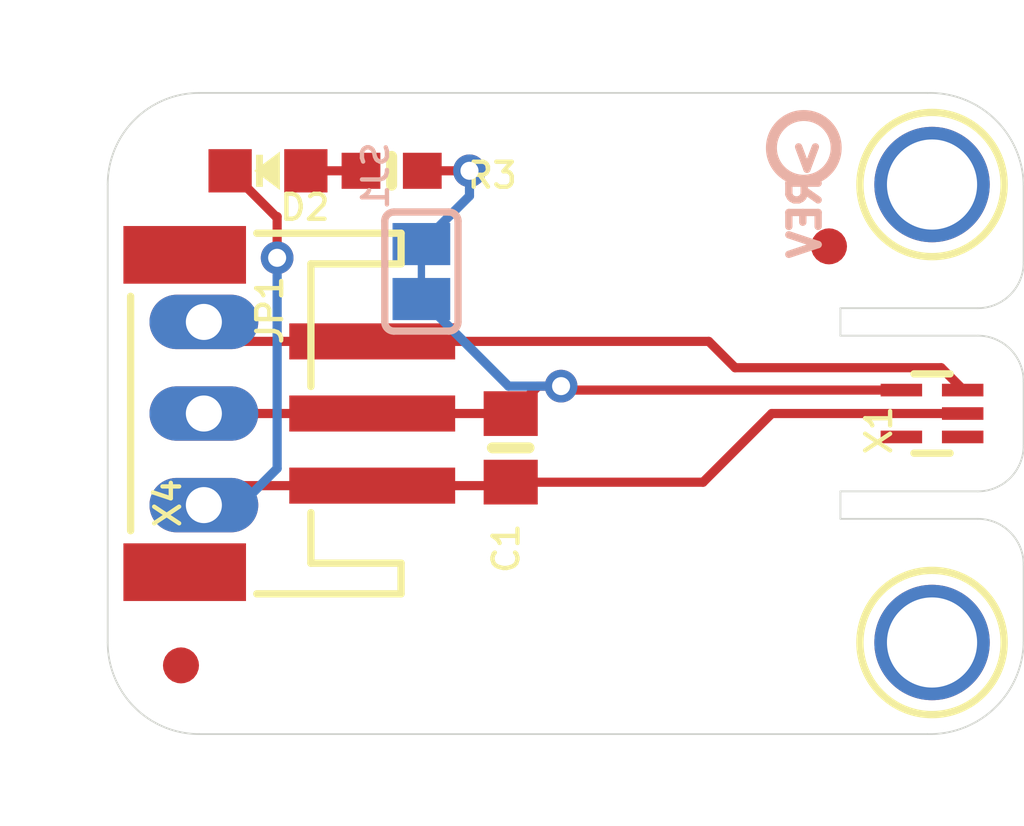
<source format=kicad_pcb>
(kicad_pcb (version 20211014) (generator pcbnew)
  (layers (0 "F.Cu" signal) (1 "In1.Cu" signal) (2 "In2.Cu" signal) (3 "In3.Cu" signal) (4 "In4.Cu" signal) (5 "In5.Cu" signal) (6 "In6.Cu" signal) (7 "In7.Cu" signal) (8 "In8.Cu" signal) (9 "In9.Cu" signal) (10 "In10.Cu" signal) (11 "In11.Cu" signal) (12 "In12.Cu" signal) (13 "In13.Cu" signal) (14 "In14.Cu" signal) (31 "B.Cu" signal) (34 "B.Paste" user) (35 "F.Paste" user) (36 "B.SilkS" user "B.Silkscreen") (37 "F.SilkS" user "F.Silkscreen") (38 "B.Mask" user) (39 "F.Mask" user) (44 "Edge.Cuts" user))
  (net 0 "")
  (net 1 "GND")
  (net 2 "SIGNAL")
  (net 3 "N$26")
  (net 4 "VIN")
  (net 5 "N$1")
  (footprint "boardEagle:1X03_OVAL" (layer "F.Cu") (at 138.4681 105.0036 -90)
    (fp_text reference "JP1" (at -3.8862 -1.8288 90) (layer "F.SilkS") (effects (font (size 0.692831 0.692831) (thickness 0.119969)) (justify right)))
    (fp_text value "0.1\" Header")
    (pad "1" thru_hole oval (at -2.54 0) (size 3.016 1.508) (drill 1) (layers *.Cu *.Mask) (net 2 "SIGNAL"))
    (pad "2" thru_hole oval (at 0 0) (size 3.016 1.508) (drill 1) (layers *.Cu *.Mask) (net 4 "VIN"))
    (pad "3" thru_hole oval (at 2.54 0) (size 3.016 1.508) (drill 1) (layers *.Cu *.Mask) (net 1 "GND"))
  )
  (footprint "boardEagle:FIDUCIAL_1MM" (layer "F.Cu") (at 155.8036 100.3681)
    (fp_text reference "FID3" hide)
    (fp_text value "FIDUCIAL_1MM" hide)
    (pad "1" smd roundrect (at 0 0) (size 1 1) (layers "F.Cu" "F.Mask") (roundrect_rratio 0.5))
  )
  (footprint "boardEagle:TMP235_FRONT" (layer "F.Cu") (at 135.8011 96.1136 -90)
    (fp_text reference "U$13" hide)
    (fp_text value "" hide)
  )
  (footprint "boardEagle:0603-NO" (layer "F.Cu") (at 143.6751 98.2726)
    (fp_text reference "R3" (at 2.032 0.127) (layer "F.SilkS") (effects (font (size 0.692831 0.692831) (thickness 0.119969)) (justify left)))
    (fp_text value "1K")
    (fp_line (start 0 -0.4) (end 0 0.4) (layer "F.SilkS") (width 0.3048))
    (pad "1" smd rect (at -0.85 0) (size 1.075 1) (layers "F.Cu" "F.Paste" "F.Mask") (net 3 "N$26"))
    (pad "2" smd rect (at 0.85 0) (size 1.075 1) (layers "F.Cu" "F.Paste" "F.Mask") (net 5 "N$1"))
  )
  (footprint "boardEagle:SC70-5" (layer "F.Cu") (at 158.6611 105.0036 90)
    (fp_text reference "X1" (at -1.2 -1.477 90) (layer "F.SilkS") (effects (font (size 0.692831 0.692831) (thickness 0.119969)) (justify left)))
    (fp_text value "TMP235_DCKR")
    (fp_line (start -1.1 0.5) (end -1.1 -0.5) (layer "F.SilkS") (width 0.2032))
    (fp_line (start 1.1 -0.5) (end 1.1 0.5) (layer "F.SilkS") (width 0.2032))
    (pad "1" smd rect (at -0.65 0.85 90) (size 0.35 1.15) (layers "F.Cu" "F.Paste" "F.Mask"))
    (pad "2" smd rect (at 0 0.85 90) (size 0.35 1.15) (layers "F.Cu" "F.Paste" "F.Mask") (net 1 "GND"))
    (pad "3" smd rect (at 0.65 0.85 90) (size 0.35 1.15) (layers "F.Cu" "F.Paste" "F.Mask") (net 2 "SIGNAL"))
    (pad "4" smd rect (at 0.65 -0.85 90) (size 0.35 1.15) (layers "F.Cu" "F.Paste" "F.Mask") (net 4 "VIN"))
    (pad "5" smd rect (at -0.65 -0.85 90) (size 0.35 1.15) (layers "F.Cu" "F.Paste" "F.Mask"))
  )
  (footprint "boardEagle:MOUNTINGHOLE_2.5_PLATED" (layer "F.Cu") (at 158.6611 111.3536)
    (fp_text reference "U$1" hide)
    (fp_text value "MOUNTINGHOLE2.5" hide)
    (fp_circle (center 0 0) (end 2 0) (layer "F.SilkS") (width 0.2032) (fill none))
    (pad "P$1" thru_hole circle (at 0 0) (size 3.2 3.2) (drill 2.5) (layers *.Cu *.Mask))
  )
  (footprint "boardEagle:FIDUCIAL_1MM" (layer "F.Cu") (at 137.8331 111.9886)
    (fp_text reference "FID2" hide)
    (fp_text value "FIDUCIAL_1MM" hide)
    (pad "1" smd roundrect (at 0 0) (size 1 1) (layers "F.Cu" "F.Mask") (roundrect_rratio 0.5))
  )
  (footprint "boardEagle:MOUNTINGHOLE_2.5_PLATED" (layer "F.Cu") (at 158.6611 98.6536)
    (fp_text reference "U$8" hide)
    (fp_text value "MOUNTINGHOLE2.5" hide)
    (fp_circle (center 0 0) (end 2 0) (layer "F.SilkS") (width 0.2032) (fill none))
    (pad "P$1" thru_hole circle (at 0 0) (size 3.2 3.2) (drill 2.5) (layers *.Cu *.Mask))
  )
  (footprint "boardEagle:JSTPH3" (layer "F.Cu") (at 140.4366 105.0036 90)
    (fp_text reference "X4" (at -3.2225 -2.9685 90) (layer "F.SilkS") (effects (font (size 0.692831 0.692831) (thickness 0.119969)) (justify left)))
    (fp_text value "JST PH 3")
    (fp_line (start 4.15 1) (end 0.75 1) (layer "F.SilkS") (width 0.2032))
    (fp_line (start -5 3.5) (end -5 -0.5) (layer "F.SilkS") (width 0.2032))
    (fp_line (start -3.25 -4) (end 3.25 -4) (layer "F.SilkS") (width 0.2032))
    (fp_line (start 5 3.5) (end 4.15 3.5) (layer "F.SilkS") (width 0.2032))
    (fp_line (start -4.15 1) (end -4.15 3.5) (layer "F.SilkS") (width 0.2032))
    (fp_line (start 4.15 3.5) (end 4.15 1) (layer "F.SilkS") (width 0.2032))
    (fp_line (start -4.15 3.5) (end -5 3.5) (layer "F.SilkS") (width 0.2032))
    (fp_line (start 5 -0.5) (end 5 3.5) (layer "F.SilkS") (width 0.2032))
    (fp_line (start -2.75 1) (end -4.15 1) (layer "F.SilkS") (width 0.2032))
    (pad "1" smd rect (at -2 2.7 90) (size 1 4.6) (layers "F.Cu" "F.Paste" "F.Mask") (net 1 "GND"))
    (pad "2" smd rect (at 0 2.7 90) (size 1 4.6) (layers "F.Cu" "F.Paste" "F.Mask") (net 4 "VIN"))
    (pad "3" smd rect (at 2 2.7 90) (size 1 4.6) (layers "F.Cu" "F.Paste" "F.Mask") (net 2 "SIGNAL"))
    (pad "NC1" smd rect (at -4.4 -2.5 180) (size 3.4 1.6) (layers "F.Cu" "F.Paste" "F.Mask"))
    (pad "NC2" smd rect (at 4.4 -2.5 180) (size 3.4 1.6) (layers "F.Cu" "F.Paste" "F.Mask"))
  )
  (footprint "boardEagle:0805-NO" (layer "F.Cu") (at 146.9771 105.9561 -90)
    (fp_text reference "C1" (at 2.032 0.127 90) (layer "F.SilkS") (effects (font (size 0.692831 0.692831) (thickness 0.119969)) (justify right)))
    (fp_text value "1uF")
    (fp_line (start 0 -0.508) (end 0 0.508) (layer "F.SilkS") (width 0.3048))
    (pad "1" smd rect (at -0.95 0 270) (size 1.24 1.5) (layers "F.Cu" "F.Paste" "F.Mask") (net 4 "VIN"))
    (pad "2" smd rect (at 0.95 0 270) (size 1.24 1.5) (layers "F.Cu" "F.Paste" "F.Mask") (net 1 "GND"))
  )
  (footprint "boardEagle:CHIPLED_0805_NOOUTLINE" (layer "F.Cu") (at 140.2461 98.2726 90)
    (fp_text reference "D2" (at -1.016 1.778) (layer "F.SilkS") (effects (font (size 0.692831 0.692831) (thickness 0.119969)) (justify right)))
    (fp_text value "GREEN")
    (fp_poly (pts (xy -0.4445 -0.1405) (xy 0.4445 -0.1405) (xy 0.4445 -0.331) (xy -0.4445 -0.331)) (layer "F.SilkS") (width 0) (fill solid))
    (fp_poly (pts (xy 0.5334 0.3302) (xy -0.5334 0.3302) (xy 0 -0.381)) (layer "F.SilkS") (width 0) (fill solid))
    (pad "A" smd rect (at 0 1.05 90) (size 1.2 1.2) (layers "F.Cu" "F.Paste" "F.Mask") (net 3 "N$26"))
    (pad "C" smd rect (at 0 -1.05 90) (size 1.2 1.2) (layers "F.Cu" "F.Paste" "F.Mask") (net 1 "GND"))
  )
  (footprint "boardEagle:TMP235_BACK" (layer "B.Cu") (at 135.8011 113.8936 90)
    (fp_text reference "U$12" hide)
    (fp_text value "" hide)
  )
  (footprint "boardEagle:PCBFEAT-REV-040" (layer "B.Cu") (at 155.1051 97.6376 -90)
    (fp_text reference "U$5" hide)
    (fp_text value "" hide)
    (fp_text user ">REV" (at -0.3556 -0.508 90) (layer "B.SilkS") (effects (font (size 0.8128 0.8128) (thickness 0.2032)) (justify left bottom mirror)))
    (fp_circle (center 0 0) (end 0.898 0) (layer "B.SilkS") (width 0.3048) (fill none))
  )
  (footprint "boardEagle:SOLDERJUMPER_CLOSEDWIRE" (layer "B.Cu") (at 144.5006 101.0666 -90)
    (fp_text reference "SJ1" (at -1.651 1.27 -270) (layer "B.SilkS") (effects (font (size 0.692831 0.692831) (thickness 0.119969)) (justify right mirror)))
    (fp_text value "")
    (fp_line (start 1.397 -1.016) (end -1.397 -1.016) (layer "B.SilkS") (width 0.2032))
    (fp_line (start 1.651 -0.762) (end 1.651 0.762) (layer "B.SilkS") (width 0.2032))
    (fp_line (start -1.651 -0.762) (end -1.651 0.762) (layer "B.SilkS") (width 0.2032))
    (fp_line (start -1.397 1.016) (end 1.397 1.016) (layer "B.SilkS") (width 0.2032))
    (fp_arc (start -1.397 1.016) (mid -1.576605 0.941605) (end -1.651 0.762) (layer "B.SilkS") (width 0.2032))
    (fp_arc (start -1.651 -0.762) (mid -1.576605 -0.941605) (end -1.397 -1.016) (layer "B.SilkS") (width 0.2032))
    (fp_arc (start 1.397 -1.016) (mid 1.576605 -0.941605) (end 1.651 -0.762) (layer "B.SilkS") (width 0.2032))
    (fp_arc (start 1.651 0.762) (mid 1.576605 0.941605) (end 1.397 1.016) (layer "B.SilkS") (width 0.2032))
    (pad "1" smd rect (at -0.762 0 270) (size 1.1684 1.6002) (layers "B.Cu") (net 5 "N$1"))
    (pad "2" smd rect (at 0.762 0 270) (size 1.1684 1.6002) (layers "B.Cu") (net 4 "VIN"))
    (pad "WIRE" smd rect (at 0 0 90) (size 0.635 0.2032) (layers "B.Cu"))
  )
  (gr_line (start 161.2011 100.8126) (end 161.2011 98.6536) (layer "Edge.Cuts") (width 0.05))
  (gr_line (start 159.9311 107.9246) (end 156.1211 107.9246) (layer "Edge.Cuts") (width 0.05))
  (gr_line (start 156.1211 107.9246) (end 156.1211 107.1626) (layer "Edge.Cuts") (width 0.05))
  (gr_arc (start 161.2011 105.8926) (mid 160.829126 106.790626) (end 159.9311 107.1626) (layer "Edge.Cuts") (width 0.05))
  (gr_line (start 156.1211 102.8446) (end 156.1211 102.0826) (layer "Edge.Cuts") (width 0.05))
  (gr_line (start 161.2011 111.3536) (end 161.2011 109.1946) (layer "Edge.Cuts") (width 0.05))
  (gr_line (start 159.9311 102.8446) (end 156.1211 102.8446) (layer "Edge.Cuts") (width 0.05))
  (gr_line (start 156.1211 102.0826) (end 159.9311 102.0826) (layer "Edge.Cuts") (width 0.05))
  (gr_line (start 138.3411 113.8936) (end 158.5341 113.8936) (layer "Edge.Cuts") (width 0.05))
  (gr_arc (start 161.2011 100.8126) (mid 160.829126 101.710626) (end 159.9311 102.0826) (layer "Edge.Cuts") (width 0.05))
  (gr_line (start 161.2011 105.8926) (end 161.2011 104.1146) (layer "Edge.Cuts") (width 0.05))
  (gr_line (start 135.8011 98.6536) (end 135.8011 111.3536) (layer "Edge.Cuts") (width 0.05))
  (gr_arc (start 159.9311 102.8446) (mid 160.829126 103.216574) (end 161.2011 104.1146) (layer "Edge.Cuts") (width 0.05))
  (gr_arc (start 159.9311 107.9246) (mid 160.829126 108.296574) (end 161.2011 109.1946) (layer "Edge.Cuts") (width 0.05))
  (gr_arc (start 138.3411 113.8936) (mid 136.545049 113.149651) (end 135.8011 111.3536) (layer "Edge.Cuts") (width 0.05))
  (gr_arc (start 135.8011 98.6536) (mid 136.545049 96.857549) (end 138.3411 96.1136) (layer "Edge.Cuts") (width 0.05))
  (gr_arc (start 158.5341 96.1136) (mid 160.393651 96.831246) (end 161.2011 98.6536) (layer "Edge.Cuts") (width 0.05))
  (gr_arc (start 161.2011 111.3536) (mid 160.393651 113.175954) (end 158.5341 113.8936) (layer "Edge.Cuts") (width 0.05))
  (gr_line (start 156.1211 107.1626) (end 159.9311 107.1626) (layer "Edge.Cuts") (width 0.05))
  (gr_line (start 158.5341 96.1136) (end 138.3411 96.1136) (layer "Edge.Cuts") (width 0.05))
  (segment (start 140.5001 99.5426) (end 140.5001 100.6856) (width 0.254) (layer "F.Cu") (net 1))
  (segment (start 139.1961 98.2726) (end 140.4661 99.5426) (width 0.254) (layer "F.Cu") (net 1))
  (segment (start 159.5111 105.0036) (end 154.2161 105.0036) (width 0.254) (layer "F.Cu") (net 1))
  (segment (start 143.1366 107.0036) (end 147.0091 107.0036) (width 0.254) (layer "F.Cu") (net 1))
  (segment (start 139.0081 107.0036) (end 138.4681 107.5436) (width 0.254) (layer "F.Cu") (net 1))
  (segment (start 154.2161 105.0036) (end 152.3111 106.9086) (width 0.254) (layer "F.Cu") (net 1))
  (segment (start 146.9796 106.9086) (end 146.9771 106.9061) (width 0.254) (layer "F.Cu") (net 1))
  (segment (start 147.1041 106.9086) (end 146.9796 106.9086) (width 0.254) (layer "F.Cu") (net 1))
  (segment (start 140.4661 99.5426) (end 140.5001 99.5426) (width 0.254) (layer "F.Cu") (net 1))
  (segment (start 152.3111 106.9086) (end 147.1041 106.9086) (width 0.254) (layer "F.Cu") (net 1))
  (segment (start 143.1366 107.0036) (end 139.0081 107.0036) (width 0.254) (layer "F.Cu") (net 1))
  (segment (start 147.0091 107.0036) (end 147.1041 106.9086) (width 0.254) (layer "F.Cu") (net 1))
  (via (at 140.5001 100.6856) (size 0.9064) (drill 0.5) (layers "F.Cu" "B.Cu") (net 1))
  (segment (start 140.5001 106.5276) (end 139.4841 107.5436) (width 0.254) (layer "B.Cu") (net 1))
  (segment (start 140.5001 100.6856) (end 140.5001 106.5276) (width 0.254) (layer "B.Cu") (net 1))
  (segment (start 139.4841 107.5436) (end 138.4681 107.5436) (width 0.254) (layer "B.Cu") (net 1))
  (segment (start 153.2001 103.7336) (end 158.9151 103.7336) (width 0.254) (layer "F.Cu") (net 2))
  (segment (start 143.1366 103.0036) (end 152.4701 103.0036) (width 0.254) (layer "F.Cu") (net 2))
  (segment (start 143.1366 103.0036) (end 139.0081 103.0036) (width 0.254) (layer "F.Cu") (net 2))
  (segment (start 158.9151 103.7336) (end 159.5111 104.3296) (width 0.254) (layer "F.Cu") (net 2))
  (segment (start 139.0081 103.0036) (end 138.4681 102.4636) (width 0.254) (layer "F.Cu") (net 2))
  (segment (start 159.5111 104.3296) (end 159.5111 104.3536) (width 0.254) (layer "F.Cu") (net 2))
  (segment (start 152.4701 103.0036) (end 153.2001 103.7336) (width 0.254) (layer "F.Cu") (net 2))
  (segment (start 141.2961 98.2726) (end 142.8251 98.2726) (width 0.254) (layer "F.Cu") (net 3))
  (segment (start 138.4681 105.0036) (end 143.1366 105.0036) (width 0.254) (layer "F.Cu") (net 4))
  (segment (start 148.4836 104.3536) (end 148.3741 104.2441) (width 0.254) (layer "F.Cu") (net 4))
  (segment (start 157.8111 104.3536) (end 148.4836 104.3536) (width 0.254) (layer "F.Cu") (net 4))
  (segment (start 148.3741 104.2441) (end 147.7391 104.2441) (width 0.254) (layer "F.Cu") (net 4))
  (segment (start 147.2311 105.0061) (end 146.9771 105.0061) (width 0.254) (layer "F.Cu") (net 4))
  (segment (start 143.1366 105.0036) (end 147.2286 105.0036) (width 0.254) (layer "F.Cu") (net 4))
  (segment (start 147.2286 105.0036) (end 147.2311 105.0061) (width 0.254) (layer "F.Cu") (net 4))
  (segment (start 146.9771 105.0061) (end 147.7391 104.2441) (width 0.254) (layer "F.Cu") (net 4))
  (via (at 148.3741 104.2441) (size 0.9064) (drill 0.5) (layers "F.Cu" "B.Cu") (net 4))
  (segment (start 146.9161 104.2441) (end 148.3741 104.2441) (width 0.254) (layer "B.Cu") (net 4))
  (segment (start 144.5006 101.8286) (end 146.9161 104.2441) (width 0.254) (layer "B.Cu") (net 4))
  (segment (start 144.5251 98.2726) (end 145.8341 98.2726) (width 0.254) (layer "F.Cu") (net 5))
  (via (at 145.8341 98.2726) (size 0.9064) (drill 0.5) (layers "F.Cu" "B.Cu") (net 5))
  (segment (start 145.8341 98.2726) (end 145.8341 98.9711) (width 0.254) (layer "B.Cu") (net 5))
  (segment (start 145.8341 98.9711) (end 144.5006 100.3046) (width 0.254) (layer "B.Cu") (net 5))
)
</source>
